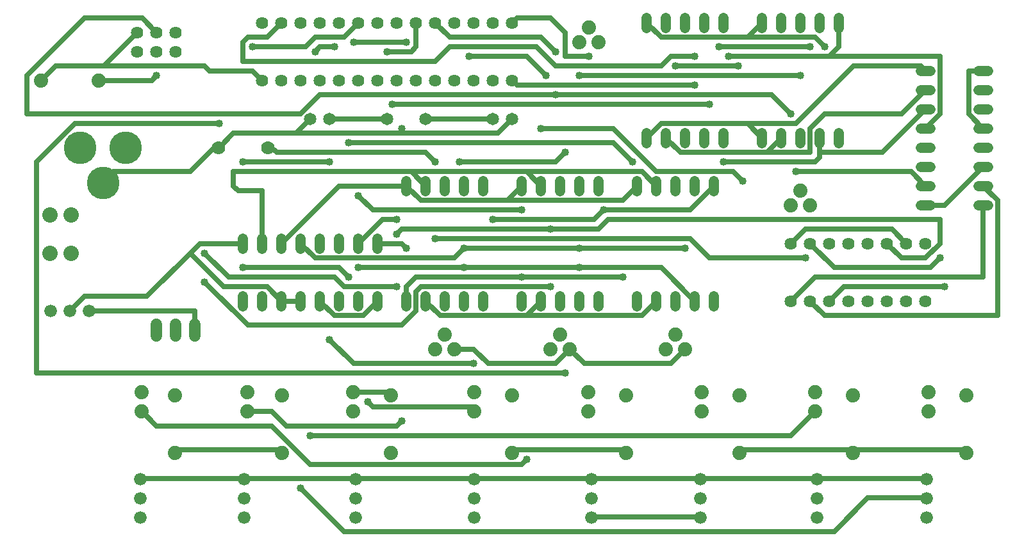
<source format=gbl>
G75*
%MOIN*%
%OFA0B0*%
%FSLAX25Y25*%
%IPPOS*%
%LPD*%
%AMOC8*
5,1,8,0,0,1.08239X$1,22.5*
%
%ADD10C,0.05200*%
%ADD11C,0.17000*%
%ADD12C,0.07400*%
%ADD13C,0.06000*%
%ADD14C,0.06400*%
%ADD15C,0.08000*%
%ADD16C,0.06500*%
%ADD17C,0.06600*%
%ADD18C,0.07000*%
%ADD19C,0.02500*%
%ADD20C,0.04000*%
D10*
X0123791Y0129150D02*
X0123791Y0134350D01*
X0133791Y0134350D02*
X0133791Y0129150D01*
X0143791Y0129150D02*
X0143791Y0134350D01*
X0153791Y0134350D02*
X0153791Y0129150D01*
X0163791Y0129150D02*
X0163791Y0134350D01*
X0173791Y0134350D02*
X0173791Y0129150D01*
X0183791Y0129150D02*
X0183791Y0134350D01*
X0193791Y0134350D02*
X0193791Y0129150D01*
X0208791Y0129150D02*
X0208791Y0134350D01*
X0218791Y0134350D02*
X0218791Y0129150D01*
X0228791Y0129150D02*
X0228791Y0134350D01*
X0238791Y0134350D02*
X0238791Y0129150D01*
X0248791Y0129150D02*
X0248791Y0134350D01*
X0268791Y0134350D02*
X0268791Y0129150D01*
X0278791Y0129150D02*
X0278791Y0134350D01*
X0288791Y0134350D02*
X0288791Y0129150D01*
X0298791Y0129150D02*
X0298791Y0134350D01*
X0308791Y0134350D02*
X0308791Y0129150D01*
X0328791Y0129150D02*
X0328791Y0134350D01*
X0338791Y0134350D02*
X0338791Y0129150D01*
X0348791Y0129150D02*
X0348791Y0134350D01*
X0358791Y0134350D02*
X0358791Y0129150D01*
X0368791Y0129150D02*
X0368791Y0134350D01*
X0368791Y0189150D02*
X0368791Y0194350D01*
X0358791Y0194350D02*
X0358791Y0189150D01*
X0348791Y0189150D02*
X0348791Y0194350D01*
X0338791Y0194350D02*
X0338791Y0189150D01*
X0328791Y0189150D02*
X0328791Y0194350D01*
X0308791Y0194350D02*
X0308791Y0189150D01*
X0298791Y0189150D02*
X0298791Y0194350D01*
X0288791Y0194350D02*
X0288791Y0189150D01*
X0278791Y0189150D02*
X0278791Y0194350D01*
X0268791Y0194350D02*
X0268791Y0189150D01*
X0248791Y0189150D02*
X0248791Y0194350D01*
X0238791Y0194350D02*
X0238791Y0189150D01*
X0228791Y0189150D02*
X0228791Y0194350D01*
X0218791Y0194350D02*
X0218791Y0189150D01*
X0208791Y0189150D02*
X0208791Y0194350D01*
X0193791Y0164350D02*
X0193791Y0159150D01*
X0183791Y0159150D02*
X0183791Y0164350D01*
X0173791Y0164350D02*
X0173791Y0159150D01*
X0163791Y0159150D02*
X0163791Y0164350D01*
X0153791Y0164350D02*
X0153791Y0159150D01*
X0143791Y0159150D02*
X0143791Y0164350D01*
X0133791Y0164350D02*
X0133791Y0159150D01*
X0123791Y0159150D02*
X0123791Y0164350D01*
X0333791Y0214150D02*
X0333791Y0219350D01*
X0343791Y0219350D02*
X0343791Y0214150D01*
X0353791Y0214150D02*
X0353791Y0219350D01*
X0363791Y0219350D02*
X0363791Y0214150D01*
X0373791Y0214150D02*
X0373791Y0219350D01*
X0393791Y0219350D02*
X0393791Y0214150D01*
X0403791Y0214150D02*
X0403791Y0219350D01*
X0413791Y0219350D02*
X0413791Y0214150D01*
X0423791Y0214150D02*
X0423791Y0219350D01*
X0433791Y0219350D02*
X0433791Y0214150D01*
X0476191Y0211750D02*
X0481391Y0211750D01*
X0481391Y0221750D02*
X0476191Y0221750D01*
X0476191Y0231750D02*
X0481391Y0231750D01*
X0481391Y0241750D02*
X0476191Y0241750D01*
X0476191Y0251750D02*
X0481391Y0251750D01*
X0506191Y0251750D02*
X0511391Y0251750D01*
X0511391Y0241750D02*
X0506191Y0241750D01*
X0506191Y0231750D02*
X0511391Y0231750D01*
X0511391Y0221750D02*
X0506191Y0221750D01*
X0506191Y0211750D02*
X0511391Y0211750D01*
X0511391Y0201750D02*
X0506191Y0201750D01*
X0506191Y0191750D02*
X0511391Y0191750D01*
X0511391Y0181750D02*
X0506191Y0181750D01*
X0481391Y0181750D02*
X0476191Y0181750D01*
X0476191Y0191750D02*
X0481391Y0191750D01*
X0481391Y0201750D02*
X0476191Y0201750D01*
X0433791Y0274150D02*
X0433791Y0279350D01*
X0423791Y0279350D02*
X0423791Y0274150D01*
X0413791Y0274150D02*
X0413791Y0279350D01*
X0403791Y0279350D02*
X0403791Y0274150D01*
X0393791Y0274150D02*
X0393791Y0279350D01*
X0373791Y0279350D02*
X0373791Y0274150D01*
X0363791Y0274150D02*
X0363791Y0279350D01*
X0353791Y0279350D02*
X0353791Y0274150D01*
X0343791Y0274150D02*
X0343791Y0279350D01*
X0333791Y0279350D02*
X0333791Y0274150D01*
D11*
X0062728Y0211750D03*
X0039106Y0211750D03*
X0050917Y0193246D03*
D12*
X0048791Y0246750D03*
X0018791Y0246750D03*
X0228791Y0114250D03*
X0223791Y0106750D03*
X0233791Y0106750D03*
X0244145Y0084427D03*
X0244145Y0074427D03*
X0263830Y0082616D03*
X0303201Y0084427D03*
X0303201Y0074427D03*
X0322886Y0082616D03*
X0343791Y0106750D03*
X0353791Y0106750D03*
X0348791Y0114250D03*
X0362256Y0084427D03*
X0362256Y0074427D03*
X0381941Y0082616D03*
X0421311Y0084427D03*
X0421311Y0074427D03*
X0440996Y0082616D03*
X0480366Y0084427D03*
X0480366Y0074427D03*
X0500051Y0082616D03*
X0500051Y0052616D03*
X0440996Y0052616D03*
X0381941Y0052616D03*
X0322886Y0052616D03*
X0263830Y0052616D03*
X0200838Y0052616D03*
X0181153Y0074427D03*
X0181153Y0084427D03*
X0200838Y0082616D03*
X0143983Y0082616D03*
X0126035Y0084427D03*
X0126035Y0074427D03*
X0143983Y0052616D03*
X0088365Y0052616D03*
X0070917Y0074427D03*
X0088365Y0082616D03*
X0070917Y0084427D03*
X0283791Y0106750D03*
X0293791Y0106750D03*
X0288791Y0114250D03*
X0408791Y0181750D03*
X0418791Y0181750D03*
X0413791Y0189250D03*
X0308791Y0266750D03*
X0303791Y0274250D03*
X0298791Y0266750D03*
D13*
X0098791Y0119750D02*
X0098791Y0113750D01*
X0088791Y0113750D02*
X0088791Y0119750D01*
X0078791Y0119750D02*
X0078791Y0113750D01*
D14*
X0133791Y0246750D03*
X0143791Y0246750D03*
X0153791Y0246750D03*
X0163791Y0246750D03*
X0173791Y0246750D03*
X0183791Y0246750D03*
X0193791Y0246750D03*
X0203791Y0246750D03*
X0213791Y0246750D03*
X0223791Y0246750D03*
X0233791Y0246750D03*
X0243791Y0246750D03*
X0253791Y0246750D03*
X0263791Y0246750D03*
X0263791Y0276750D03*
X0253791Y0276750D03*
X0243791Y0276750D03*
X0233791Y0276750D03*
X0223791Y0276750D03*
X0213791Y0276750D03*
X0203791Y0276750D03*
X0193791Y0276750D03*
X0183791Y0276750D03*
X0173791Y0276750D03*
X0163791Y0276750D03*
X0153791Y0276750D03*
X0143791Y0276750D03*
X0133791Y0276750D03*
X0088791Y0271750D03*
X0078791Y0271750D03*
X0068791Y0271750D03*
X0068791Y0261750D03*
X0078791Y0261750D03*
X0088791Y0261750D03*
X0408791Y0161750D03*
X0418791Y0161750D03*
X0428791Y0161750D03*
X0438791Y0161750D03*
X0448791Y0161750D03*
X0458791Y0161750D03*
X0468791Y0161750D03*
X0478791Y0161750D03*
X0478791Y0131750D03*
X0468791Y0131750D03*
X0458791Y0131750D03*
X0448791Y0131750D03*
X0438791Y0131750D03*
X0428791Y0131750D03*
X0418791Y0131750D03*
X0408791Y0131750D03*
D15*
X0034291Y0156750D03*
X0023291Y0156750D03*
X0023291Y0176750D03*
X0034291Y0176750D03*
D16*
X0158791Y0226750D03*
X0168791Y0226750D03*
X0198791Y0226750D03*
X0218791Y0226750D03*
X0253791Y0226750D03*
X0263791Y0226750D03*
D17*
X0070484Y0019191D03*
X0070484Y0029191D03*
X0070484Y0039191D03*
X0124421Y0039191D03*
X0124421Y0029191D03*
X0124421Y0019191D03*
X0182295Y0019191D03*
X0182295Y0029191D03*
X0182295Y0039191D03*
X0244106Y0039191D03*
X0244106Y0029191D03*
X0244106Y0019191D03*
X0304854Y0019191D03*
X0304854Y0029191D03*
X0304854Y0039191D03*
X0361665Y0039191D03*
X0361665Y0029191D03*
X0361665Y0019191D03*
X0422413Y0019191D03*
X0422413Y0029191D03*
X0422413Y0039191D03*
X0479224Y0039191D03*
X0479224Y0029191D03*
X0479224Y0019191D03*
X0043791Y0126750D03*
X0033791Y0126750D03*
X0023791Y0126750D03*
D18*
X0110996Y0211750D03*
X0136586Y0211750D03*
D19*
X0138791Y0211750D01*
X0141291Y0209250D01*
X0218791Y0209250D01*
X0223791Y0204250D01*
X0211291Y0199250D02*
X0271291Y0199250D01*
X0331291Y0199250D01*
X0338791Y0191750D01*
X0338791Y0199250D02*
X0316291Y0221750D01*
X0278791Y0221750D01*
X0263791Y0226750D02*
X0256291Y0219250D01*
X0206291Y0219250D01*
X0206291Y0221750D01*
X0206291Y0219250D02*
X0151291Y0219250D01*
X0118791Y0219250D01*
X0111291Y0211750D01*
X0110996Y0211750D01*
X0108791Y0211750D01*
X0096291Y0199250D01*
X0056291Y0199250D01*
X0051291Y0194250D01*
X0050917Y0193246D01*
X0036291Y0224250D02*
X0016291Y0204250D01*
X0016291Y0094250D01*
X0291291Y0094250D01*
X0286291Y0099250D02*
X0251291Y0099250D01*
X0243791Y0106750D01*
X0233791Y0106750D01*
X0243791Y0099250D02*
X0181291Y0099250D01*
X0168791Y0111750D01*
X0171291Y0124250D02*
X0186291Y0124250D01*
X0193791Y0131750D01*
X0208791Y0131750D02*
X0208791Y0139250D01*
X0213791Y0144250D01*
X0268791Y0144250D01*
X0321291Y0144250D01*
X0341291Y0149250D02*
X0298791Y0149250D01*
X0238791Y0149250D01*
X0183791Y0149250D01*
X0178791Y0144250D02*
X0173791Y0149250D01*
X0123791Y0149250D01*
X0116291Y0144250D02*
X0171291Y0144250D01*
X0176291Y0139250D01*
X0203791Y0139250D01*
X0213791Y0136750D02*
X0216291Y0139250D01*
X0283791Y0139250D01*
X0278791Y0131750D02*
X0271291Y0124250D01*
X0331291Y0124250D01*
X0338791Y0131750D01*
X0341291Y0149250D02*
X0358791Y0131750D01*
X0366291Y0154250D02*
X0356291Y0164250D01*
X0223791Y0164250D01*
X0233791Y0154250D02*
X0238791Y0159250D01*
X0298791Y0159250D01*
X0353791Y0159250D01*
X0366291Y0154250D02*
X0416291Y0154250D01*
X0418791Y0161750D02*
X0431291Y0149250D01*
X0481291Y0149250D01*
X0486291Y0154250D01*
X0486291Y0161750D02*
X0478791Y0154250D01*
X0466291Y0154250D01*
X0458791Y0161750D01*
X0461291Y0169250D02*
X0468791Y0161750D01*
X0461291Y0169250D02*
X0416291Y0169250D01*
X0408791Y0161750D01*
X0421291Y0144250D02*
X0408791Y0131750D01*
X0418791Y0131750D02*
X0426291Y0124250D01*
X0516291Y0124250D01*
X0516291Y0184250D01*
X0508791Y0191750D01*
X0508791Y0201750D02*
X0488791Y0181750D01*
X0478791Y0181750D01*
X0486291Y0174250D02*
X0313791Y0174250D01*
X0308791Y0169250D01*
X0283791Y0169250D01*
X0206291Y0169250D01*
X0203791Y0166750D01*
X0206291Y0161750D02*
X0193791Y0161750D01*
X0183791Y0161750D02*
X0196291Y0174250D01*
X0203791Y0174250D01*
X0191291Y0179250D02*
X0268791Y0179250D01*
X0261291Y0184250D02*
X0321291Y0184250D01*
X0328791Y0191750D01*
X0338791Y0199250D02*
X0378791Y0199250D01*
X0383791Y0194250D01*
X0373791Y0204250D02*
X0421291Y0204250D01*
X0423791Y0206750D01*
X0423791Y0209250D01*
X0456291Y0209250D01*
X0478791Y0231750D01*
X0486291Y0229250D02*
X0486291Y0259250D01*
X0428791Y0259250D01*
X0433791Y0264250D01*
X0433791Y0276750D01*
X0421291Y0269250D02*
X0386291Y0269250D01*
X0393791Y0276750D01*
X0386291Y0269250D02*
X0341291Y0269250D01*
X0333791Y0276750D01*
X0346291Y0259250D02*
X0358791Y0259250D01*
X0348791Y0254250D02*
X0381291Y0254250D01*
X0376291Y0259250D02*
X0428791Y0259250D01*
X0426291Y0264250D02*
X0421291Y0269250D01*
X0418791Y0264250D02*
X0371291Y0264250D01*
X0346291Y0259250D02*
X0341291Y0254250D01*
X0286291Y0254250D01*
X0276291Y0264250D01*
X0231291Y0264250D01*
X0223791Y0256750D01*
X0123791Y0256750D01*
X0123791Y0266750D01*
X0126291Y0269250D01*
X0136291Y0269250D01*
X0143791Y0276750D01*
X0156291Y0264250D02*
X0161291Y0269250D01*
X0176291Y0269250D01*
X0183791Y0276750D01*
X0181291Y0266750D02*
X0208791Y0266750D01*
X0213791Y0264250D02*
X0211291Y0261750D01*
X0198791Y0261750D01*
X0213791Y0264250D02*
X0213791Y0276750D01*
X0223791Y0276750D02*
X0231291Y0269250D01*
X0278791Y0269250D01*
X0286291Y0261750D01*
X0291291Y0259250D02*
X0303791Y0259250D01*
X0298791Y0249250D02*
X0413791Y0249250D01*
X0398791Y0239250D02*
X0286291Y0239250D01*
X0163791Y0239250D01*
X0153791Y0229250D01*
X0011291Y0229250D01*
X0011291Y0249250D01*
X0041291Y0279250D01*
X0071291Y0279250D01*
X0078791Y0271750D01*
X0068791Y0271750D02*
X0051291Y0254250D01*
X0103791Y0254250D01*
X0106291Y0251750D01*
X0128791Y0251750D01*
X0133791Y0246750D01*
X0161291Y0261750D02*
X0163791Y0264250D01*
X0171291Y0264250D01*
X0156291Y0264250D02*
X0128791Y0264250D01*
X0078791Y0249250D02*
X0076291Y0246750D01*
X0048791Y0246750D01*
X0051291Y0254250D02*
X0026291Y0254250D01*
X0018791Y0246750D01*
X0036291Y0224250D02*
X0111291Y0224250D01*
X0123791Y0204250D02*
X0168791Y0204250D01*
X0178791Y0214250D02*
X0316291Y0214250D01*
X0326291Y0204250D01*
X0333791Y0216750D02*
X0341291Y0224250D01*
X0386291Y0224250D01*
X0411291Y0224250D01*
X0441291Y0254250D01*
X0476291Y0254250D01*
X0478791Y0251750D01*
X0478791Y0241750D02*
X0466291Y0229250D01*
X0426291Y0229250D01*
X0418791Y0221750D01*
X0418791Y0209250D01*
X0396291Y0209250D01*
X0403791Y0216750D01*
X0393791Y0216750D02*
X0386291Y0224250D01*
X0366291Y0234250D02*
X0201291Y0234250D01*
X0198791Y0226750D02*
X0168791Y0226750D01*
X0158791Y0226750D02*
X0151291Y0219250D01*
X0118791Y0199250D02*
X0211291Y0199250D01*
X0218791Y0191750D01*
X0216291Y0184250D02*
X0208791Y0191750D01*
X0173791Y0191750D01*
X0143791Y0161750D01*
X0133791Y0161750D02*
X0133791Y0189250D01*
X0121291Y0189250D01*
X0118791Y0191750D01*
X0118791Y0199250D01*
X0123791Y0161750D02*
X0101291Y0161750D01*
X0096291Y0156750D01*
X0113791Y0139250D01*
X0136291Y0139250D01*
X0143791Y0131750D01*
X0153791Y0131750D01*
X0163791Y0131750D02*
X0171291Y0124250D01*
X0206291Y0119250D02*
X0213791Y0126750D01*
X0213791Y0136750D01*
X0218791Y0131750D02*
X0226291Y0124250D01*
X0271291Y0124250D01*
X0293791Y0106750D02*
X0286291Y0099250D01*
X0293791Y0106750D02*
X0301291Y0099250D01*
X0346291Y0099250D01*
X0353791Y0106750D01*
X0408791Y0061750D02*
X0421291Y0074250D01*
X0421311Y0074427D01*
X0408791Y0061750D02*
X0158791Y0061750D01*
X0146291Y0066750D02*
X0138791Y0074250D01*
X0126291Y0074250D01*
X0126035Y0074427D01*
X0138791Y0066750D02*
X0078791Y0066750D01*
X0071291Y0074250D01*
X0070917Y0074427D01*
X0088791Y0054250D02*
X0088365Y0052616D01*
X0088791Y0054250D02*
X0143791Y0054250D01*
X0143983Y0052616D01*
X0138791Y0066750D02*
X0158791Y0046750D01*
X0268791Y0046750D01*
X0271291Y0049250D01*
X0266291Y0054250D02*
X0263830Y0052616D01*
X0266291Y0054250D02*
X0321291Y0054250D01*
X0322886Y0052616D01*
X0306291Y0039250D02*
X0304854Y0039191D01*
X0303791Y0039250D01*
X0246291Y0039250D01*
X0244106Y0039191D01*
X0243791Y0039250D01*
X0183791Y0039250D01*
X0182295Y0039191D01*
X0181291Y0039250D01*
X0126291Y0039250D01*
X0124421Y0039191D01*
X0123791Y0039250D01*
X0071291Y0039250D01*
X0070484Y0039191D01*
X0146291Y0066750D02*
X0203791Y0066750D01*
X0206291Y0069250D01*
X0191291Y0076750D02*
X0243791Y0076750D01*
X0244145Y0074427D01*
X0200838Y0082616D02*
X0198791Y0084250D01*
X0181291Y0084250D01*
X0181153Y0084427D01*
X0188791Y0079250D02*
X0191291Y0076750D01*
X0206291Y0119250D02*
X0126291Y0119250D01*
X0103791Y0141750D01*
X0116291Y0144250D02*
X0103791Y0156750D01*
X0096291Y0156750D02*
X0073791Y0134250D01*
X0041291Y0134250D01*
X0033791Y0126750D01*
X0043791Y0126750D02*
X0098791Y0126750D01*
X0098791Y0116750D01*
X0153791Y0161750D02*
X0161291Y0154250D01*
X0233791Y0154250D01*
X0208791Y0159250D02*
X0206291Y0161750D01*
X0191291Y0179250D02*
X0183791Y0186750D01*
X0216291Y0184250D02*
X0261291Y0184250D01*
X0268791Y0191750D01*
X0271291Y0199250D02*
X0278791Y0191750D01*
X0286291Y0204250D02*
X0236291Y0204250D01*
X0218791Y0226750D02*
X0253791Y0226750D01*
X0266291Y0244250D02*
X0358791Y0244250D01*
X0398791Y0239250D02*
X0408791Y0229250D01*
X0423791Y0216750D02*
X0423791Y0209250D01*
X0411291Y0199250D02*
X0471291Y0199250D01*
X0478791Y0191750D01*
X0486291Y0174250D02*
X0486291Y0161750D01*
X0508791Y0144250D02*
X0421291Y0144250D01*
X0428791Y0131750D02*
X0436291Y0139250D01*
X0488791Y0139250D01*
X0508791Y0144250D02*
X0508791Y0181750D01*
X0508791Y0221750D02*
X0501291Y0229250D01*
X0501291Y0251750D01*
X0508791Y0251750D01*
X0486291Y0229250D02*
X0478791Y0221750D01*
X0396291Y0209250D02*
X0351291Y0209250D01*
X0343791Y0216750D01*
X0368791Y0191750D02*
X0356291Y0179250D01*
X0311291Y0179250D01*
X0306291Y0174250D01*
X0253791Y0174250D01*
X0286291Y0204250D02*
X0291291Y0209250D01*
X0266291Y0244250D02*
X0263791Y0246750D01*
X0271291Y0259250D02*
X0281291Y0249250D01*
X0271291Y0259250D02*
X0241291Y0259250D01*
X0263791Y0276750D02*
X0266291Y0279250D01*
X0283791Y0279250D01*
X0291291Y0271750D01*
X0291291Y0259250D01*
X0383791Y0054250D02*
X0381941Y0052616D01*
X0383791Y0054250D02*
X0438791Y0054250D01*
X0440996Y0052616D01*
X0441291Y0054250D01*
X0498791Y0054250D01*
X0500051Y0052616D01*
X0479224Y0039191D02*
X0478791Y0039250D01*
X0423791Y0039250D01*
X0422413Y0039191D01*
X0421291Y0039250D01*
X0363791Y0039250D01*
X0361665Y0039191D01*
X0361291Y0039250D01*
X0306291Y0039250D01*
X0306291Y0019250D02*
X0304854Y0019191D01*
X0306291Y0019250D02*
X0361291Y0019250D01*
X0361665Y0019191D01*
X0431291Y0011750D02*
X0448791Y0029250D01*
X0478791Y0029250D01*
X0479224Y0029191D01*
X0431291Y0011750D02*
X0176291Y0011750D01*
X0153791Y0034250D01*
D20*
X0153791Y0034250D03*
X0158791Y0061750D03*
X0188791Y0079250D03*
X0206291Y0069250D03*
X0243791Y0099250D03*
X0291291Y0094250D03*
X0283791Y0139250D03*
X0268791Y0144250D03*
X0238791Y0149250D03*
X0238791Y0159250D03*
X0223791Y0164250D03*
X0208791Y0159250D03*
X0203791Y0166750D03*
X0203791Y0174250D03*
X0183791Y0186750D03*
X0168791Y0204250D03*
X0178791Y0214250D03*
X0206291Y0221750D03*
X0201291Y0234250D03*
X0241291Y0259250D03*
X0208791Y0266750D03*
X0198791Y0261750D03*
X0181291Y0266750D03*
X0171291Y0264250D03*
X0161291Y0261750D03*
X0128791Y0264250D03*
X0078791Y0249250D03*
X0111291Y0224250D03*
X0123791Y0204250D03*
X0103791Y0156750D03*
X0123791Y0149250D03*
X0103791Y0141750D03*
X0168791Y0111750D03*
X0203791Y0139250D03*
X0183791Y0149250D03*
X0178791Y0144250D03*
X0253791Y0174250D03*
X0268791Y0179250D03*
X0283791Y0169250D03*
X0298791Y0159250D03*
X0298791Y0149250D03*
X0321291Y0144250D03*
X0353791Y0159250D03*
X0311291Y0179250D03*
X0326291Y0204250D03*
X0291291Y0209250D03*
X0278791Y0221750D03*
X0286291Y0239250D03*
X0281291Y0249250D03*
X0286291Y0261750D03*
X0298791Y0249250D03*
X0303791Y0259250D03*
X0348791Y0254250D03*
X0358791Y0259250D03*
X0371291Y0264250D03*
X0376291Y0259250D03*
X0381291Y0254250D03*
X0358791Y0244250D03*
X0366291Y0234250D03*
X0408791Y0229250D03*
X0413791Y0249250D03*
X0418791Y0264250D03*
X0426291Y0264250D03*
X0373791Y0204250D03*
X0383791Y0194250D03*
X0411291Y0199250D03*
X0416291Y0154250D03*
X0486291Y0154250D03*
X0488791Y0139250D03*
X0271291Y0049250D03*
X0236291Y0204250D03*
X0223791Y0204250D03*
M02*

</source>
